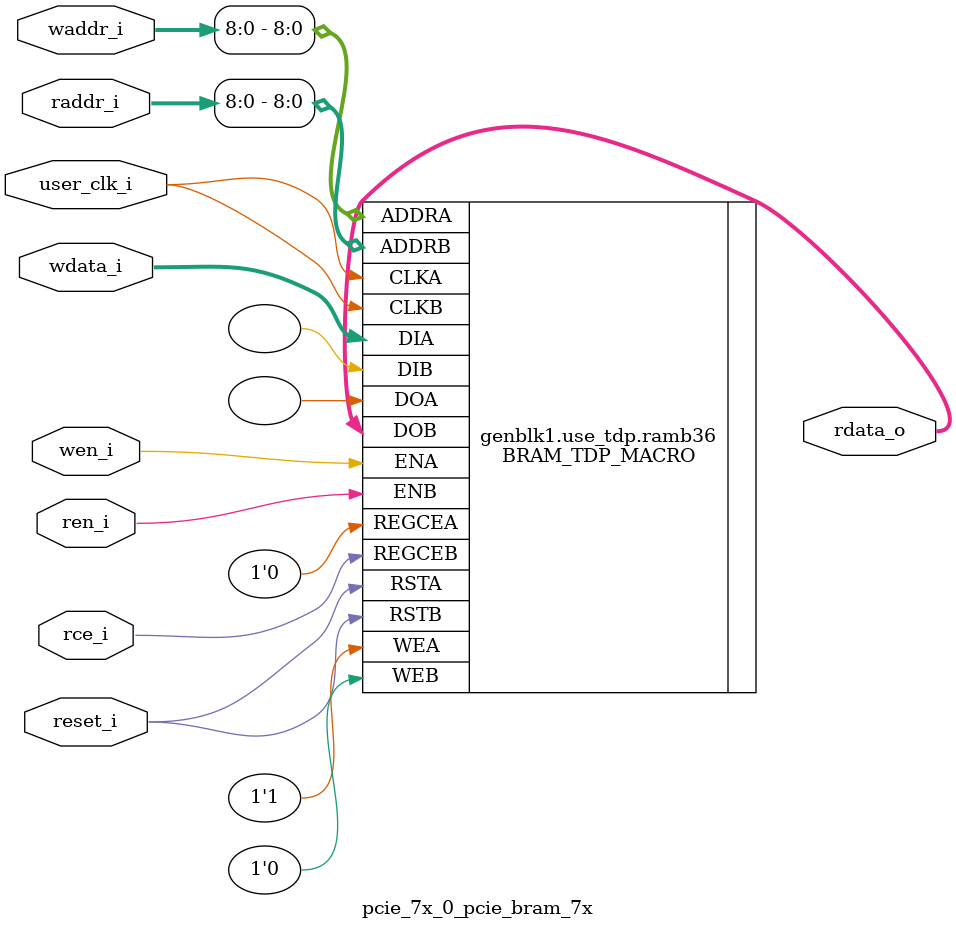
<source format=v>


`timescale 1ps/1ps

(* DowngradeIPIdentifiedWarnings = "yes" *)
module pcie_7x_0_pcie_bram_7x
  #(
    parameter [3:0]  LINK_CAP_MAX_LINK_SPEED = 4'h1,        // PCIe Link Speed : 1 - 2.5 GT/s; 2 - 5.0 GT/s
    parameter [5:0]  LINK_CAP_MAX_LINK_WIDTH = 6'h08,       // PCIe Link Width : 1 / 2 / 4 / 8
    parameter IMPL_TARGET = "HARD",                         // the implementation target : HARD, SOFT
    parameter DOB_REG = 0,                                  // 1 - use the output register;
                                                            // 0 - don't use the output register
    parameter WIDTH = 0                                     // supported WIDTH's : 4, 9, 18, 36 - uses RAMB36
                                                            //                     72 - uses RAMB36SDP
    )
    (
     input               user_clk_i,// user clock
     input               reset_i,   // bram reset

     input               wen_i,     // write enable
     input [12:0]        waddr_i,   // write address
     input [WIDTH - 1:0] wdata_i,   // write data

     input               ren_i,     // read enable
     input               rce_i,     // output register clock enable
     input [12:0]        raddr_i,   // read address

     output [WIDTH - 1:0] rdata_o   // read data
     );

   // map the address bits
   localparam ADDR_MSB = ((WIDTH == 4)  ? 12 :
                          (WIDTH == 9)  ? 11 :
                          (WIDTH == 18) ? 10 :
                          (WIDTH == 36) ?  9 :
                                           8
                          );

   // set the width of the tied off low address bits
   localparam ADDR_LO_BITS = ((WIDTH == 4)  ? 2 :
                              (WIDTH == 9)  ? 3 :
                              (WIDTH == 18) ? 4 :
                              (WIDTH == 36) ? 5 :
                                              0 // for WIDTH 72 use RAMB36SDP
                              );

   // map the data bits
   localparam D_MSB =  ((WIDTH == 4)  ?  3 :
                        (WIDTH == 9)  ?  7 :
                        (WIDTH == 18) ? 15 :
                        (WIDTH == 36) ? 31 :
                                        63
                        );

   // map the data parity bits
   localparam DP_LSB =  D_MSB + 1;

   localparam DP_MSB =  ((WIDTH == 4)  ? 4 :
                         (WIDTH == 9)  ? 8 :
                         (WIDTH == 18) ? 17 :
                         (WIDTH == 36) ? 35 :
                                         71
                        );

   localparam DPW = DP_MSB - DP_LSB + 1;
   localparam WRITE_MODE = ((WIDTH == 72) && (!((LINK_CAP_MAX_LINK_SPEED == 4'h2) && (LINK_CAP_MAX_LINK_WIDTH == 6'h08)))) ? "WRITE_FIRST" :
                           ((LINK_CAP_MAX_LINK_SPEED == 4'h2) && (LINK_CAP_MAX_LINK_WIDTH == 6'h08)) ? "WRITE_FIRST" : "NO_CHANGE";

   localparam DEVICE = (IMPL_TARGET == "HARD") ? "7SERIES" : "VIRTEX6";
   localparam BRAM_SIZE = "36Kb";

   localparam WE_WIDTH =(DEVICE == "VIRTEX5" || DEVICE == "VIRTEX6" || DEVICE == "7SERIES") ?
                            ((WIDTH <= 9) ? 1 :
                             (WIDTH > 9 && WIDTH <= 18) ? 2 :
                             (WIDTH > 18 && WIDTH <= 36) ? 4 :
                             (WIDTH > 36 && WIDTH <= 72) ? 8 :
                             (BRAM_SIZE == "18Kb") ? 4 : 8 ) : 8;

   //synthesis translate_off
   initial begin
      //$display("[%t] %m DOB_REG %0d WIDTH %0d ADDR_MSB %0d ADDR_LO_BITS %0d DP_MSB %0d DP_LSB %0d D_MSB %0d",
      //          $time, DOB_REG,   WIDTH,    ADDR_MSB,    ADDR_LO_BITS,    DP_MSB,    DP_LSB,    D_MSB);

      case (WIDTH)
        4,9,18,36,72:;
        default:
          begin
             $display("[%t] %m Error WIDTH %0d not supported", $time, WIDTH);
             $finish;
          end
      endcase // case (WIDTH)
   end
   //synthesis translate_on

   generate
   if ((LINK_CAP_MAX_LINK_WIDTH == 6'h08 && LINK_CAP_MAX_LINK_SPEED == 4'h2) || (WIDTH == 72)) begin : use_sdp
        BRAM_SDP_MACRO #(
               .DEVICE        (DEVICE),
               .BRAM_SIZE     (BRAM_SIZE),
               .DO_REG        (DOB_REG),
               .READ_WIDTH    (WIDTH),
               .WRITE_WIDTH   (WIDTH),
               .WRITE_MODE    (WRITE_MODE)
               )
        ramb36sdp(
               .DO             (rdata_o[WIDTH-1:0]),
               .DI             (wdata_i[WIDTH-1:0]),
               .RDADDR         (raddr_i[ADDR_MSB:0]),
               .RDCLK          (user_clk_i),
               .RDEN           (ren_i),
               .REGCE          (rce_i),
               .RST            (reset_i),
               .WE             ({WE_WIDTH{1'b1}}),
               .WRADDR         (waddr_i[ADDR_MSB:0]),
               .WRCLK          (user_clk_i),
               .WREN           (wen_i)
               );

    end  // block: use_sdp
    else if (WIDTH <= 36) begin : use_tdp
    // use RAMB36's if the width is 4, 9, 18, or 36
        BRAM_TDP_MACRO #(
               .DEVICE        (DEVICE),
               .BRAM_SIZE     (BRAM_SIZE),
               .DOA_REG       (0),
               .DOB_REG       (DOB_REG),
               .READ_WIDTH_A  (WIDTH),
               .READ_WIDTH_B  (WIDTH),
               .WRITE_WIDTH_A (WIDTH),
               .WRITE_WIDTH_B (WIDTH),
               .WRITE_MODE_A  (WRITE_MODE)
               )
        ramb36(
               .DOA            (),
               .DOB            (rdata_o[WIDTH-1:0]),
               .ADDRA          (waddr_i[ADDR_MSB:0]),
               .ADDRB          (raddr_i[ADDR_MSB:0]),
               .CLKA           (user_clk_i),
               .CLKB           (user_clk_i),
               .DIA            (wdata_i[WIDTH-1:0]),
               .DIB            ({WIDTH{1'b0}}),
               .ENA            (wen_i),
               .ENB            (ren_i),
               .REGCEA         (1'b0),
               .REGCEB         (rce_i),
               .RSTA           (reset_i),
               .RSTB           (reset_i),
               .WEA            ({WE_WIDTH{1'b1}}),
               .WEB            ({WE_WIDTH{1'b0}})
               );
   end // block: use_tdp
   endgenerate

endmodule // pcie_bram_7x


</source>
